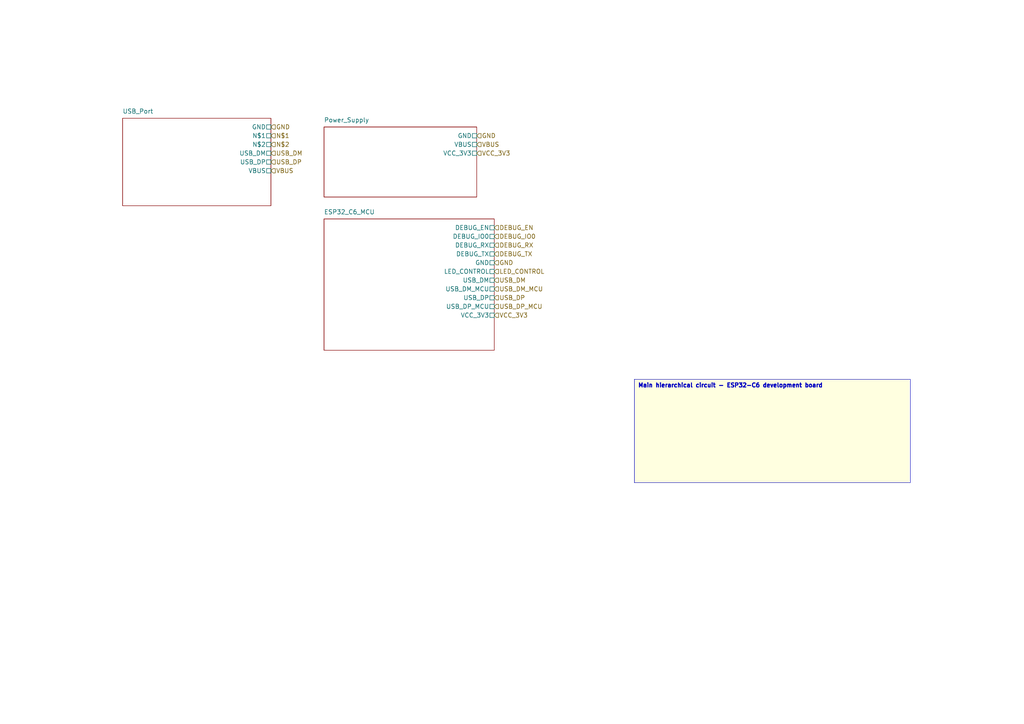
<source format=kicad_sch>
(kicad_sch
	(version 20250114)
	(generator "kicad_api")
	(generator_version 9.0)
	(uuid 4c683cd6-2d7d-4188-b69e-8405f60cfd9d)
	(paper A4)
	(lib_symbols)
	(paper A4)
	(title_block
		(title ESP32_C6_Dev_Board_Main)
		(date 2025-08-01)
		(company Circuit-Synth)
	)
	(hierarchical_label
		GND
		(shape input)
		(at 78.58 36.83 0)
		(effects
			(font
				(size 1.27 1.27)
			)
			(justify left)
		)
		(uuid b3349391-8985-41b1-8729-20207278fbe0)
	)
	(hierarchical_label
		N$1
		(shape input)
		(at 78.58 39.37 0)
		(effects
			(font
				(size 1.27 1.27)
			)
			(justify left)
		)
		(uuid 82228c23-4651-4a4c-8392-7eb49015290a)
	)
	(hierarchical_label
		N$2
		(shape input)
		(at 78.58 41.910000000000004 0)
		(effects
			(font
				(size 1.27 1.27)
			)
			(justify left)
		)
		(uuid 7cc4d253-c8db-40a5-9caa-153939a738be)
	)
	(hierarchical_label
		USB_DM
		(shape input)
		(at 78.58 44.45 0)
		(effects
			(font
				(size 1.27 1.27)
			)
			(justify left)
		)
		(uuid 789e6831-1e42-47af-99d3-820aea56da4d)
	)
	(hierarchical_label
		USB_DP
		(shape input)
		(at 78.58 46.99 0)
		(effects
			(font
				(size 1.27 1.27)
			)
			(justify left)
		)
		(uuid 071f2714-2dab-422e-8c58-00b57a710ad3)
	)
	(hierarchical_label
		VBUS
		(shape input)
		(at 78.58 49.53 0)
		(effects
			(font
				(size 1.27 1.27)
			)
			(justify left)
		)
		(uuid 4faa18a0-6da3-452b-a45a-286969659df4)
	)
	(hierarchical_label
		GND
		(shape input)
		(at 138.27 39.37 0)
		(effects
			(font
				(size 1.27 1.27)
			)
			(justify left)
		)
		(uuid 381942c9-a70a-4a80-9656-11ca6d7df067)
	)
	(hierarchical_label
		VBUS
		(shape input)
		(at 138.27 41.910000000000004 0)
		(effects
			(font
				(size 1.27 1.27)
			)
			(justify left)
		)
		(uuid c730219d-a33f-42ff-b01a-a2b022076256)
	)
	(hierarchical_label
		VCC_3V3
		(shape input)
		(at 138.27 44.45 0)
		(effects
			(font
				(size 1.27 1.27)
			)
			(justify left)
		)
		(uuid 0c67a1fd-7417-4794-b921-bd84ef47fad4)
	)
	(hierarchical_label
		DEBUG_EN
		(shape input)
		(at 143.35 66.04 0)
		(effects
			(font
				(size 1.27 1.27)
			)
			(justify left)
		)
		(uuid c1c92dbd-4fcf-4567-a8d5-0f040d9005a3)
	)
	(hierarchical_label
		DEBUG_IO0
		(shape input)
		(at 143.35 68.58 0)
		(effects
			(font
				(size 1.27 1.27)
			)
			(justify left)
		)
		(uuid 8524bcc4-a092-4744-bf54-08c1b8ffa4fd)
	)
	(hierarchical_label
		DEBUG_RX
		(shape input)
		(at 143.35 71.12 0)
		(effects
			(font
				(size 1.27 1.27)
			)
			(justify left)
		)
		(uuid b0f1e3f7-376b-44b5-a9bf-b666a9a831b4)
	)
	(hierarchical_label
		DEBUG_TX
		(shape input)
		(at 143.35 73.66 0)
		(effects
			(font
				(size 1.27 1.27)
			)
			(justify left)
		)
		(uuid d8866780-4cd1-424b-a1e9-2ea6ca0e17fc)
	)
	(hierarchical_label
		GND
		(shape input)
		(at 143.35 76.2 0)
		(effects
			(font
				(size 1.27 1.27)
			)
			(justify left)
		)
		(uuid bd383909-3aaf-48ff-907c-e78cd2da321f)
	)
	(hierarchical_label
		LED_CONTROL
		(shape input)
		(at 143.35 78.74 0)
		(effects
			(font
				(size 1.27 1.27)
			)
			(justify left)
		)
		(uuid 7effc99e-8421-4684-9433-6a7abf31f572)
	)
	(hierarchical_label
		USB_DM
		(shape input)
		(at 143.35 81.28 0)
		(effects
			(font
				(size 1.27 1.27)
			)
			(justify left)
		)
		(uuid c4626393-033b-4874-9882-d0f97a2735ba)
	)
	(hierarchical_label
		USB_DM_MCU
		(shape input)
		(at 143.35 83.82000000000001 0)
		(effects
			(font
				(size 1.27 1.27)
			)
			(justify left)
		)
		(uuid e8632419-d288-4ecd-9876-1242dd03e869)
	)
	(hierarchical_label
		USB_DP
		(shape input)
		(at 143.35 86.36 0)
		(effects
			(font
				(size 1.27 1.27)
			)
			(justify left)
		)
		(uuid fd427738-77c0-4f78-9da6-1da163246be1)
	)
	(hierarchical_label
		USB_DP_MCU
		(shape input)
		(at 143.35 88.9 0)
		(effects
			(font
				(size 1.27 1.27)
			)
			(justify left)
		)
		(uuid 3c3b6c34-72c7-449f-8394-37f8fb4e0e75)
	)
	(hierarchical_label
		VCC_3V3
		(shape input)
		(at 143.35 91.44 0)
		(effects
			(font
				(size 1.27 1.27)
			)
			(justify left)
		)
		(uuid 5963dc21-c4db-4bb1-a105-1c5042ab80a6)
	)
	(sheet
		(at 35.56 34.29)
		(size 43.019999999999996 25.4)
		(stroke
			(width 0.12)
			(type solid)
		)
		(fill
			(color
				0
				0
				0
				0.0
			)
		)
		(uuid a5d74e8e-635b-4da0-a0e3-01c51abd2251)
		(property
			"Sheetname"
			"USB_Port"
			(at 35.56 33.019999999999996 0)
			(effects
				(font
					(size 1.27 1.27)
				)
				(justify left bottom)
			)
		)
		(property
			"Sheetfile"
			"USB_Port.kicad_sch"
			(at 35.56 60.96 0)
			(effects
				(font
					(size 1.27 1.27)
				)
				(justify left top)
				(hide yes)
			)
		)
		(pin
			GND
			passive
			(at 77.31 36.83 0)
			(effects
				(font
					(size 1.27 1.27)
				)
				(justify right)
			)
			(uuid e6111f71-6dfb-46d4-994c-88bdbc1f843f)
		)
		(pin
			N$1
			passive
			(at 77.31 39.37 0)
			(effects
				(font
					(size 1.27 1.27)
				)
				(justify right)
			)
			(uuid b527595e-f344-4767-8557-b588bc444b3f)
		)
		(pin
			N$2
			passive
			(at 77.31 41.910000000000004 0)
			(effects
				(font
					(size 1.27 1.27)
				)
				(justify right)
			)
			(uuid 5db0f77e-ed6a-48ee-886e-71fff6874b47)
		)
		(pin
			USB_DM
			passive
			(at 77.31 44.45 0)
			(effects
				(font
					(size 1.27 1.27)
				)
				(justify right)
			)
			(uuid 278bd4f7-ba07-4b73-b8ad-b47287a095bf)
		)
		(pin
			USB_DP
			passive
			(at 77.31 46.99 0)
			(effects
				(font
					(size 1.27 1.27)
				)
				(justify right)
			)
			(uuid c36a79e8-79d2-484f-9785-f9d3d72f0255)
		)
		(pin
			VBUS
			passive
			(at 77.31 49.53 0)
			(effects
				(font
					(size 1.27 1.27)
				)
				(justify right)
			)
			(uuid 48dd3acb-94d6-402c-9c3b-351d4005d2b9)
		)
		(instances
			(project
				"circuit_synth"
				(path
					"/"
					(page "1")
				)
			)
		)
	)
	(sheet
		(at 93.98 36.83)
		(size 44.29 20.32)
		(stroke
			(width 0.12)
			(type solid)
		)
		(fill
			(color
				0
				0
				0
				0.0
			)
		)
		(uuid 7dfab93b-ad82-4ee3-829d-d360f88c46af)
		(property
			"Sheetname"
			"Power_Supply"
			(at 93.98 35.559999999999995 0)
			(effects
				(font
					(size 1.27 1.27)
				)
				(justify left bottom)
			)
		)
		(property
			"Sheetfile"
			"Power_Supply.kicad_sch"
			(at 93.98 58.42 0)
			(effects
				(font
					(size 1.27 1.27)
				)
				(justify left top)
				(hide yes)
			)
		)
		(pin
			GND
			passive
			(at 137.0 39.37 0)
			(effects
				(font
					(size 1.27 1.27)
				)
				(justify right)
			)
			(uuid 6c8af34d-0403-44e1-ac8f-5a72ebe1b109)
		)
		(pin
			VBUS
			passive
			(at 137.0 41.910000000000004 0)
			(effects
				(font
					(size 1.27 1.27)
				)
				(justify right)
			)
			(uuid b4e622dc-1191-4cc6-ba83-e0b1a14153e0)
		)
		(pin
			VCC_3V3
			passive
			(at 137.0 44.45 0)
			(effects
				(font
					(size 1.27 1.27)
				)
				(justify right)
			)
			(uuid 64c2104d-7dd0-4133-a36d-67642bcbf9ea)
		)
		(instances
			(project
				"circuit_synth"
				(path
					"/"
					(page "1")
				)
			)
		)
	)
	(sheet
		(at 93.98 63.5)
		(size 49.37 38.1)
		(stroke
			(width 0.12)
			(type solid)
		)
		(fill
			(color
				0
				0
				0
				0.0
			)
		)
		(uuid cf7122c2-770c-42f7-b524-f3d16e29c93f)
		(property
			"Sheetname"
			"ESP32_C6_MCU"
			(at 93.98 62.23 0)
			(effects
				(font
					(size 1.27 1.27)
				)
				(justify left bottom)
			)
		)
		(property
			"Sheetfile"
			"ESP32_C6_MCU.kicad_sch"
			(at 93.98 102.86999999999999 0)
			(effects
				(font
					(size 1.27 1.27)
				)
				(justify left top)
				(hide yes)
			)
		)
		(pin
			DEBUG_EN
			passive
			(at 142.07999999999998 66.04 0)
			(effects
				(font
					(size 1.27 1.27)
				)
				(justify right)
			)
			(uuid 5fe8a5ee-70d3-4d37-b222-79b39da79776)
		)
		(pin
			DEBUG_IO0
			passive
			(at 142.07999999999998 68.58 0)
			(effects
				(font
					(size 1.27 1.27)
				)
				(justify right)
			)
			(uuid b8b7cac6-23bf-48e5-9709-ea2d421f54fe)
		)
		(pin
			DEBUG_RX
			passive
			(at 142.07999999999998 71.12 0)
			(effects
				(font
					(size 1.27 1.27)
				)
				(justify right)
			)
			(uuid e7186687-e912-4850-9f23-744ca96d4f6a)
		)
		(pin
			DEBUG_TX
			passive
			(at 142.07999999999998 73.66 0)
			(effects
				(font
					(size 1.27 1.27)
				)
				(justify right)
			)
			(uuid 8fda2a37-762f-4c0b-a386-0174b5a15b5e)
		)
		(pin
			GND
			passive
			(at 142.07999999999998 76.2 0)
			(effects
				(font
					(size 1.27 1.27)
				)
				(justify right)
			)
			(uuid 8e923777-f38b-4bf8-b9b0-a53b7ae2c1ec)
		)
		(pin
			LED_CONTROL
			passive
			(at 142.07999999999998 78.74 0)
			(effects
				(font
					(size 1.27 1.27)
				)
				(justify right)
			)
			(uuid e9199a07-8ea6-4a0f-aac6-3891c390c67e)
		)
		(pin
			USB_DM
			passive
			(at 142.07999999999998 81.28 0)
			(effects
				(font
					(size 1.27 1.27)
				)
				(justify right)
			)
			(uuid 622c667d-dd6f-4276-94aa-4e1b04ab8939)
		)
		(pin
			USB_DM_MCU
			passive
			(at 142.07999999999998 83.82000000000001 0)
			(effects
				(font
					(size 1.27 1.27)
				)
				(justify right)
			)
			(uuid f449acef-a279-48b6-9ebc-d740719635eb)
		)
		(pin
			USB_DP
			passive
			(at 142.07999999999998 86.36 0)
			(effects
				(font
					(size 1.27 1.27)
				)
				(justify right)
			)
			(uuid feec167e-e735-4520-afb0-119f5c02832a)
		)
		(pin
			USB_DP_MCU
			passive
			(at 142.07999999999998 88.9 0)
			(effects
				(font
					(size 1.27 1.27)
				)
				(justify right)
			)
			(uuid ba10eb24-3682-46dd-806e-d9e2e7dd752a)
		)
		(pin
			VCC_3V3
			passive
			(at 142.07999999999998 91.44 0)
			(effects
				(font
					(size 1.27 1.27)
				)
				(justify right)
			)
			(uuid bf8d10c3-6b3f-4392-86b1-89ad236909b8)
		)
		(instances
			(project
				"circuit_synth"
				(path
					"/"
					(page "1")
				)
			)
		)
	)
	(text_box
		"Main hierarchical circuit - ESP32-C6 development board"
		(exclude_from_sim yes)
		(at 184.0 110.0 0)
		(size 80.0 30.0)
		(margins
			1.0
			1.0
			1.0
			1.0
		)
		(stroke
			(width 0.1)
			(type solid)
		)
		(fill
			(type color)
			(color
				255
				255
				224
				1
			)
		)
		(effects
			(font
				(size 1.2 1.2)
				(thickness 0.254)
			)
			(justify left top)
		)
		(uuid 584ba3b8-4e07-4d0a-8881-4ec05abba326)
	)
	(text_box
		"Main hierarchical circuit - ESP32-C6 development board"
		(exclude_from_sim yes)
		(at 184.0 110.0 0)
		(size 80.0 30.0)
		(margins
			1.0
			1.0
			1.0
			1.0
		)
		(stroke
			(width 0.1)
			(type solid)
		)
		(fill
			(type color)
			(color
				255
				255
				224
				1
			)
		)
		(effects
			(font
				(size 1.2 1.2)
				(thickness 0.254)
			)
			(justify left top)
		)
		(uuid 584ba3b8-4e07-4d0a-8881-4ec05abba326)
	)
	(sheet_instances
		(path
			"/7715780c-7d94-4450-92fc-9edac692c0ce/92bc85ae-a350-41f3-a5d9-b03833873f98"
			(page "1")
		)
	)
	(embedded_fonts no)
	(sheet_instances
		(path
			"/"
			(page "1")
		)
	)
)
</source>
